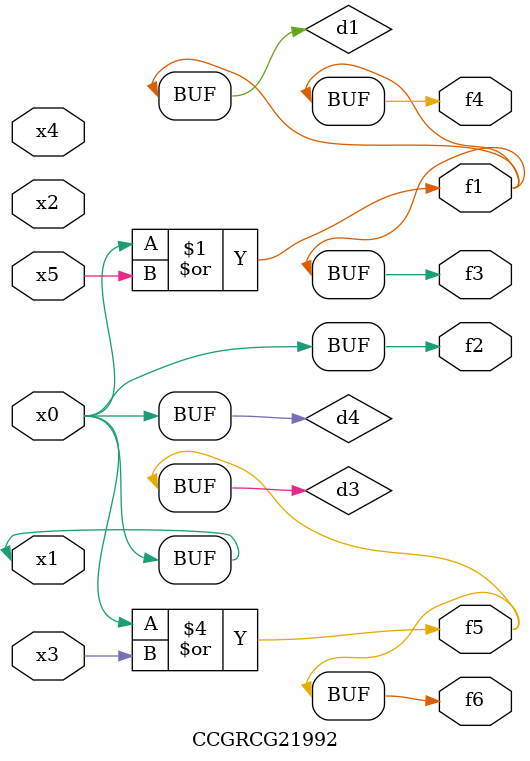
<source format=v>
module CCGRCG21992(
	input x0, x1, x2, x3, x4, x5,
	output f1, f2, f3, f4, f5, f6
);

	wire d1, d2, d3, d4;

	or (d1, x0, x5);
	xnor (d2, x1, x4);
	or (d3, x0, x3);
	buf (d4, x0, x1);
	assign f1 = d1;
	assign f2 = d4;
	assign f3 = d1;
	assign f4 = d1;
	assign f5 = d3;
	assign f6 = d3;
endmodule

</source>
